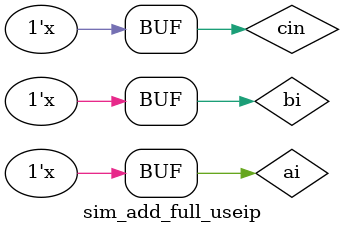
<source format=v>
`timescale 1ns / 1ps


module sim_add_full_useip();
    reg ai,bi,cin;
    wire si,ci;
    add_full ADD(.si(si),.ci(ci),.ai(ai),.bi(bi),.cin(cin));
    initial
        begin
            ai=0;bi=0;cin=0;
        end
    always #10 {ai,bi,cin}={ai,bi,cin}+1;
endmodule

</source>
